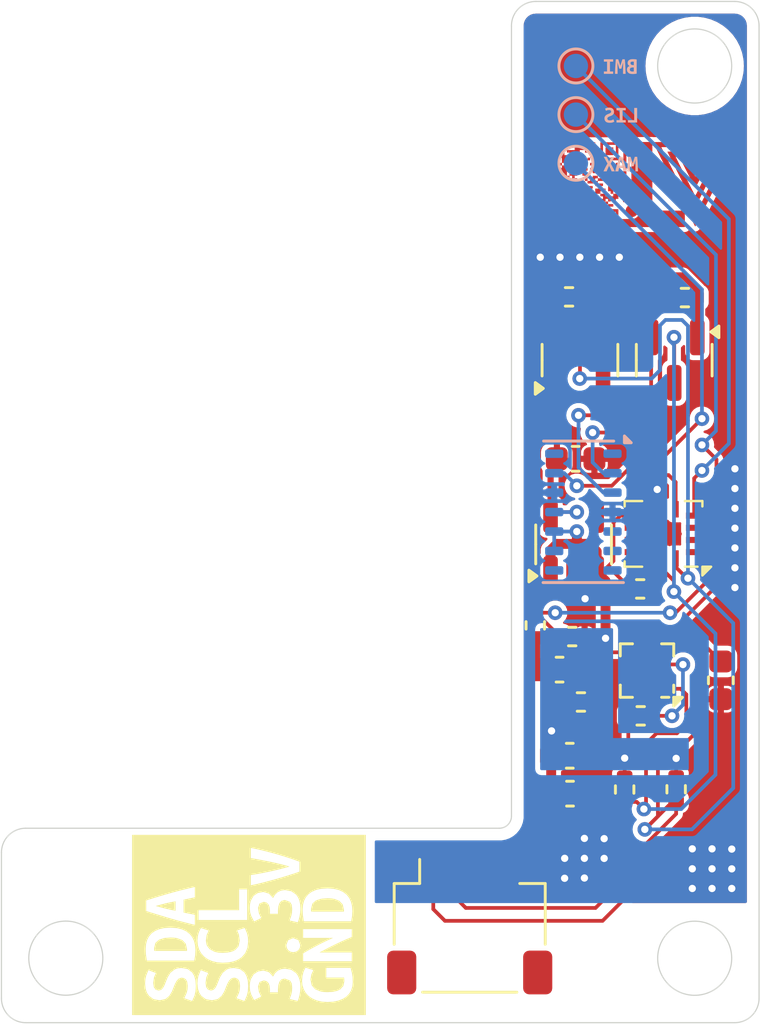
<source format=kicad_pcb>
(kicad_pcb (version 20240108) (generator "pcbnew") (generator_version "8.0")
  (layers (0 "F.Cu" signal) (31 "B.Cu" signal) (34 "B.Paste" user) (35 "F.Paste" user) (36 "B.SilkS" user "B.Silkscreen") (37 "F.SilkS" user "F.Silkscreen") (38 "B.Mask" user) (39 "F.Mask" user) (44 "Edge.Cuts" user))
  (net 0 "")
  (net 1 "GND")
  (net 2 "+3V3")
  (net 3 "Net-(U3-C1)")
  (net 4 "SCL")
  (net 7 "SDA")
  (net 8 "+1V8")
  (net 9 "SCL_1V8")
  (net 10 "SDA_1V8")
  (net 11 "Net-(U3-~{CS})")
  (net 12 "Net-(U3-DRDY)")
  (net 13 "Net-(U4-SDO)")
  (net 14 "Net-(U4-CSB)")
  (net 15 "Net-(U2-~{INT})")
  (net 16 "Net-(U4-INT1)")
  (footprint "LOGO" (layer "F.Cu") (at 188.915006 76.389894 180)
    (property "Reference" "G***" (hide yes))
    (property "Value" "LOGO" (hide yes))
  )
  (footprint "Capacitor_SMD:C_0603_1608Metric" (layer "F.Cu") (at 188.24 96.33)
    (property "Reference" "C1" (hide yes))
    (property "Value" "1uF 16V" (hide yes))
  )
  (footprint "Resistor_SMD:R_0402_1005Metric" (layer "F.Cu") (at 193.4 81.03 180)
    (property "Reference" "R2" (hide yes))
    (property "Value" "10K" (hide yes))
  )
  (footprint "LOGO" (layer "F.Cu") (at 193.32 76.42 180)
    (property "Reference" "G***" (hide yes))
    (property "Value" "LOGO" (hide yes))
  )
  (footprint "kibuzzard-680F686F" (layer "F.Cu") (at 175.45 106.83 90)
    (property "Reference" "kibuzzard-680F686F" (hide yes))
    (property "Value" "G***" (hide yes))
  )
  (footprint "Package_TO_SOT_SMD:SOT-23-5" (layer "F.Cu") (at 188.8175 91.18 90)
    (property "Reference" "U1" (hide yes))
    (property "Value" "LN1134A182MR-G" (hide yes))
  )
  (footprint "Resistor_SMD:R_0402_1005Metric" (layer "F.Cu") (at 193.04 101.25 90)
    (property "Reference" "R4" (hide yes))
    (property "Value" "10K" (hide yes))
  )
  (footprint "LOGO" (layer "F.Cu") (at 193.32 76.42 180)
    (property "Reference" "G***" (hide yes))
    (property "Value" "LOGO" (hide yes))
  )
  (footprint "Capacitor_SMD:C_0603_1608Metric" (layer "F.Cu") (at 188.66 99.87)
    (property "Reference" "C5" (hide yes))
    (property "Value" "100nF 16V" (hide yes))
  )
  (footprint "Resistor_SMD:R_0402_1005Metric" (layer "F.Cu") (at 189.12 97.66 180)
    (property "Reference" "R6" (hide yes))
    (property "Value" "10K" (hide yes))
  )
  (footprint "Package_TO_SOT_SMD:SOT-23" (layer "F.Cu") (at 192.96 83.6025 -90)
    (property "Reference" "Q1" (hide yes))
    (property "Value" "BSS138" (hide yes))
  )
  (footprint "Resistor_SMD:R_0402_1005Metric" (layer "F.Cu") (at 191.56 93.01)
    (property "Reference" "R9" (hide yes))
    (property "Value" "10K" (hide yes))
  )
  (footprint "Capacitor_SMD:C_0603_1608Metric" (layer "F.Cu") (at 194.88 96.77 -90)
    (property "Reference" "C3" (hide yes))
    (property "Value" "100nF 16V" (hide yes))
  )
  (footprint "Connector_JST:JST_SH_SM04B-SRSS-TB_1x04-1MP_P1.00mm_Horizontal" (layer "F.Cu") (at 184.54 106.91)
    (property "Reference" "J1" (hide yes))
    (property "Value" "JST SH1.0" (hide yes))
  )
  (footprint "Capacitor_SMD:C_0603_1608Metric" (layer "F.Cu") (at 188.67 101.43)
    (property "Reference" "C4" (hide yes))
    (property "Value" "100nF 16V" (hide yes))
  )
  (footprint "Resistor_SMD:R_0402_1005Metric" (layer "F.Cu") (at 188.63 81)
    (property "Reference" "R1" (hide yes))
    (property "Value" "10K" (hide yes))
  )
  (footprint "Resistor_SMD:R_0402_1005Metric" (layer "F.Cu") (at 191.58 98.23)
    (property "Reference" "R3" (hide yes))
    (property "Value" "10K" (hide yes))
  )
  (footprint "Capacitor_SMD:C_0603_1608Metric" (layer "F.Cu") (at 188.9 87.66)
    (property "Reference" "C2" (hide yes))
    (property "Value" "2.2uF 16V" (hide yes))
  )
  (footprint "Package_TO_SOT_SMD:SOT-23" (layer "F.Cu") (at 189.08 83.6025 90)
    (property "Reference" "Q2" (hide yes))
    (property "Value" "BSS138" (hide yes))
  )
  (footprint "Package_LGA:Bosch_LGA-14_3x2.5mm_P0.5mm" (layer "F.Cu") (at 192.52 90.7475 180)
    (property "Reference" "U4" (hide yes))
    (property "Value" "BMI160" (hide yes))
  )
  (footprint "Package_LGA:LGA-12_2x2mm_P0.5mm" (layer "F.Cu") (at 191.84 96.3675 180)
    (property "Reference" "U3" (hide yes))
    (property "Value" "LIS2MDL" (hide yes))
  )
  (footprint "Resistor_SMD:R_0402_1005Metric" (layer "F.Cu") (at 187.24 94.51 90)
    (property "Reference" "R7" (hide yes))
    (property "Value" "0R" (hide yes))
  )
  (footprint "LOGO" (layer "F.Cu") (at 188.915006 76.389894 180)
    (property "Reference" "G***" (hide yes))
    (property "Value" "LOGO" (hide yes))
  )
  (footprint "Resistor_SMD:R_0402_1005Metric" (layer "F.Cu") (at 188.76 94.97)
    (property "Reference" "R8" (hide yes))
    (property "Value" "10K" (hide yes))
  )
  (footprint "Resistor_SMD:R_0402_1005Metric" (layer "F.Cu") (at 190.92 101.26 90)
    (property "Reference" "R5" (hide yes))
    (property "Value" "10K" (hide yes))
  )
  (footprint "kibuzzard-680F6A44" (layer "B.Cu") (at 190.76 75.54 180)
    (property "Reference" "kibuzzard-680F6A44" (hide yes))
    (property "Value" "G***" (hide yes))
  )
  (footprint "kibuzzard-680F6A2F" (layer "B.Cu") (at 190.76 73.53 180)
    (property "Reference" "kibuzzard-680F6A2F" (hide yes))
    (property "Value" "G***" (hide yes))
  )
  (footprint "kibuzzard-680F69F9" (layer "B.Cu") (at 190.74 71.53 180)
    (property "Reference" "kibuzzard-680F69F9" (hide yes))
    (property "Value" "G***" (hide yes))
  )
  (footprint "TestPoint:TestPoint_Pad_D1.0mm" (layer "B.Cu") (at 188.912784 71.505203 180)
    (property "Reference" "TP3" (hide yes))
    (property "Value" "BMI_INT" (hide yes))
  )
  (footprint "OptoDevice:Maxim_OLGA-14_3.3x5.6mm_P0.8mm" (layer "B.Cu") (at 189.22 89.85 180)
    (property "Reference" "U2" (hide yes))
    (property "Value" "MAX30102" (hide yes))
  )
  (footprint "TestPoint:TestPoint_Pad_D1.0mm" (layer "B.Cu") (at 188.912784 73.505203 180)
    (property "Reference" "TP2" (hide yes))
    (property "Value" "LIS_INT" (hide yes))
  )
  (footprint "TestPoint:TestPoint_Pad_D1.0mm" (layer "B.Cu") (at 188.912784 75.505203)
    (property "Reference" "TP1" (hide yes))
    (property "Value" "MAX_INT" (hide yes))
  )
  (gr_circle (center 193.803083 71.505183) (end 193.803083 69.981183) (stroke (width 0.05)) (fill none) (layer "Edge.Cuts"))
  (gr_circle (center 193.803094 108.198513) (end 195.327094 108.198513) (stroke (width 0.05)) (fill none) (layer "Edge.Cuts"))
  (gr_line (start 196.452638 109.848057) (end 196.452638 69.852057) (stroke (width 0.05)) (layer "Edge.Cuts"))
  (gr_arc (start 186.259638 69.852057) (mid 186.55259 69.145009) (end 187.259638 68.852057) (stroke (width 0.05)) (layer "Edge.Cuts"))
  (gr_arc (start 165.259638 103.852057) (mid 165.552561 103.14498) (end 166.259638 102.852057) (stroke (width 0.05)) (layer "Edge.Cuts"))
  (gr_arc (start 196.452638 109.848057) (mid 196.159803 110.555222) (end 195.452638 110.848057) (stroke (width 0.05)) (layer "Edge.Cuts"))
  (gr_line (start 165.259638 103.852057) (end 165.259638 109.848057) (stroke (width 0.05)) (layer "Edge.Cuts"))
  (gr_line (start 166.259638 110.848057) (end 195.452638 110.848057) (stroke (width 0.05)) (layer "Edge.Cuts"))
  (gr_arc (start 166.259638 110.848057) (mid 165.552521 110.555174) (end 165.259638 109.848057) (stroke (width 0.05)) (layer "Edge.Cuts"))
  (gr_arc (start 186.259638 102.352057) (mid 186.113221 102.70564) (end 185.759638 102.852057) (stroke (width 0.05)) (layer "Edge.Cuts"))
  (gr_line (start 195.452638 68.852057) (end 187.259638 68.852057) (stroke (width 0.05)) (layer "Edge.Cuts"))
  (gr_line (start 186.259638 69.852057) (end 186.259638 102.352057) (stroke (width 0.05)) (layer "Edge.Cuts"))
  (gr_circle (center 167.909183 108.194942) (end 167.909183 109.718942) (stroke (width 0.05)) (fill none) (layer "Edge.Cuts"))
  (gr_line (start 185.759638 102.852057) (end 166.259638 102.852057) (stroke (width 0.05)) (layer "Edge.Cuts"))
  (gr_arc (start 195.452638 68.852057) (mid 196.159735 69.14496) (end 196.452638 69.852057) (stroke (width 0.05)) (layer "Edge.Cuts"))
  (segment (start 192.52 89.735) (end 192.02 89.735) (width 0.1524) (layer "F.Cu") (net 1))
  (segment (start 191.4625 96.1175) (end 191.59 95.99) (width 0.1524) (layer "F.Cu") (net 1))
  (segment (start 192.52 89.18) (end 192.26 88.92) (width 0.1524) (layer "F.Cu") (net 1))
  (segment (start 192.26 88.92) (end 192.02 89.16) (width 0.1524) (layer "F.Cu") (net 1))
  (segment (start 192.02 89.16) (end 192.02 89.735) (width 0.1524) (layer "F.Cu") (net 1))
  (segment (start 191.0775 96.1175) (end 191.4625 96.1175) (width 0.1524) (layer "F.Cu") (net 1))
  (segment (start 192.52 89.735) (end 192.52 89.18) (width 0.1524) (layer "F.Cu") (net 1))
  (segment (start 188.8175 92.3175) (end 188.8175 92.9413) (width 0.4064) (layer "F.Cu") (net 1))
  (segment (start 188.8175 92.9413) (end 189.29 93.4138) (width 0.4064) (layer "F.Cu") (net 1))
  (segment (start 191.59 95.99) (end 191.59 95.605) (width 0.1524) (layer "F.Cu") (net 1))
  (via (at 193.7044 103.7) (size 0.6) (drill 0.3) (layers "F.Cu" "B.Cu") (net 1))
  (via (at 195.46 92.1428) (size 0.6) (drill 0.3) (layers "F.Cu" "B.Cu") (net 1))
  (via (at 195.33 104.5228) (size 0.6) (drill 0.3) (layers "F.Cu" "B.Cu") (net 1))
  (via (at 193.7044 105.33) (size 0.6) (drill 0.3) (layers "F.Cu" "B.Cu") (net 1))
  (via (at 190.0756 103.28) (size 0.6) (drill 0.3) (layers "F.Cu" "B.Cu") (net 1))
  (via (at 188.45 104.09) (size 0.6) (drill 0.3) (layers "F.Cu" "B.Cu") (net 1))
  (via (at 189.2628 104.09) (size 0.6) (drill 0.3) (layers "F.Cu" "B.Cu") (net 1))
  (via (at 195.46 88.8828) (size 0.6) (drill 0.3) (layers "F.Cu" "B.Cu") (net 1))
  (via (at 195.46 89.6956) (size 0.6) (drill 0.3) (layers "F.Cu" "B.Cu") (net 1))
  (via (at 194.5172 103.7) (size 0.6) (drill 0.3) (layers "F.Cu" "B.Cu") (net 1))
  (via (at 190.7 79.37) (size 0.6) (drill 0.3) (layers "F.Cu" "B.Cu") (net 1))
  (via (at 195.33 103.71) (size 0.6) (drill 0.3) (layers "F.Cu" "B.Cu") (net 1))
  (via (at 195.46 92.9556) (size 0.6) (drill 0.3) (layers "F.Cu" "B.Cu") (net 1))
  (via (at 189.8872 79.37) (size 0.6) (drill 0.3) (layers "F.Cu" "B.Cu") (net 1))
  (via (at 187.4444 79.37) (size 0.6) (drill 0.3) (layers "F.Cu" "B.Cu") (net 1))
  (via (at 189.2628 104.9) (size 0.6) (drill 0.3) (layers "F.Cu" "B.Cu") (net 1))
  (via (at 189.29 93.4138) (size 0.6) (drill 0.3) (layers "F.Cu" "B.Cu") (net 1))
  (via (at 193.7044 104.52) (size 0.6) (drill 0.3) (layers "F.Cu" "B.Cu") (net 1))
  (via (at 195.46 90.5128) (size 0.6) (drill 0.3) (layers "F.Cu" "B.Cu") (net 1))
  (via (at 189.0744 79.37) (size 0.6) (drill 0.3) (layers "F.Cu" "B.Cu") (net 1))
  (via (at 188.4472 104.91) (size 0.6) (drill 0.3) (layers "F.Cu" "B.Cu") (net 1))
  (via (at 194.5172 105.33) (size 0.6) (drill 0.3) (layers "F.Cu" "B.Cu") (net 1))
  (via (at 192.26 88.92) (size 0.6) (drill 0.3) (layers "F.Cu" "B.Cu") (net 1))
  (via (at 195.46 91.3256) (size 0.6) (drill 0.3) (layers "F.Cu" "B.Cu") (net 1))
  (via (at 195.33 105.33) (size 0.6) (drill 0.3) (layers "F.Cu" "B.Cu") (net 1))
  (via (at 195.46 88.07) (size 0.6) (drill 0.3) (layers "F.Cu" "B.Cu") (net 1))
  (via (at 190.0756 104.0928) (size 0.6) (drill 0.3) (layers "F.Cu" "B.Cu") (net 1))
  (via (at 188.2572 79.37) (size 0.6) (drill 0.3) (layers "F.Cu" "B.Cu") (net 1))
  (via (at 194.5172 104.52) (size 0.6) (drill 0.3) (layers "F.Cu" "B.Cu") (net 1))
  (via (at 189.2628 103.27) (size 0.6) (drill 0.3) (layers "F.Cu" "B.Cu") (net 1))
  (segment (start 187.8675 91.4225) (end 187.8675 92.3175) (width 0.4064) (layer "F.Cu") (net 2))
  (segment (start 191.0775 97.1175) (end 191.0775 96.6175) (width 0.1524) (layer "F.Cu") (net 2))
  (segment (start 190.92 100.75) (end 190.92 99.97) (width 0.1524) (layer "F.Cu") (net 2))
  (segment (start 190.46 90.2801) (end 190.46 91.86) (width 0.1524) (layer "F.Cu") (net 2))
  (segment (start 193.02 88.62) (end 192.73 88.33) (width 0.1524) (layer "F.Cu") (net 2))
  (segment (start 190.132418 95.0413) (end 190.132418 92.682418) (width 0.4064) (layer "F.Cu") (net 2))
  (segment (start 190.92 99.97) (end 191.07 99.82) (width 0.1524) (layer "F.Cu") (net 2))
  (segment (start 190.132418 92.682418) (end 189.7675 92.3175) (width 0.4064) (layer "F.Cu") (net 2))
  (segment (start 191.0775 97.1175) (end 191.0775 98.2225) (width 0.1524) (layer "F.Cu") (net 2))
  (segment (start 190.0025 92.3175) (end 189.7675 92.3175) (width 0.1524) (layer "F.Cu") (net 2))
  (segment (start 187.24 95.02) (end 187.24 96.105) (width 0.4064) (layer "F.Cu") (net 2))
  (segment (start 191.0775 98.2225) (end 191.07 98.23) (width 0.1524) (layer "F.Cu") (net 2))
  (segment (start 188.95 91.02) (end 188.95 90.650003) (width 0.4064) (layer "F.Cu") (net 2))
  (segment (start 187.91 96.775) (end 187.91 98.85) (width 0.4064) (layer "F.Cu") (net 2))
  (segment (start 191.05 93.01) (end 191.05 92.89) (width 0.1524) (layer "F.Cu") (net 2))
  (segment (start 191.558368 88.33) (end 191.2575 88.630868) (width 0.1524) (layer "F.Cu") (net 2))
  (segment (start 187.895 101.43) (end 187.895 99.88) (width 0.4064) (layer "F.Cu") (net 2))
  (segment (start 191.07 99.82) (end 191.07 98.23) (width 0.1524) (layer "F.Cu") (net 2))
  (segment (start 191.2575 89.9975) (end 190.7426 89.9975) (width 0.1524) (layer "F.Cu") (net 2))
  (segment (start 185.04 103.95) (end 185.04 104.91) (width 0.4064) (layer "F.Cu") (net 2))
  (segment (start 187.885 99.87) (end 187.885 98.875) (width 0.4064) (layer "F.Cu") (net 2))
  (segment (start 191.2575 88.630868) (end 191.2575 89.9975) (width 0.1524) (layer "F.Cu") (net 2))
  (segment (start 189.46 91.16) (end 189.09 91.16) (width 0.4064) (layer "F.Cu") (net 2))
  (segment (start 187.905 103.385) (end 187.5582 103.7318) (width 0.4064) (layer "F.Cu") (net 2))
  (segment (start 190.46 91.86) (end 190.0025 92.3175) (width 0.1524) (layer "F.Cu") (net 2))
  (segment (start 185.2582 103.7318) (end 185.04 103.95) (width 0.4064) (layer "F.Cu") (net 2))
  (segment (start 189.7675 92.3175) (end 189.7675 91.4675) (width 0.4064) (layer "F.Cu") (net 2))
  (segment (start 191.05 92.89) (end 190.4775 92.3175) (width 0.1524) (layer "F.Cu") (net 2))
  (segment (start 187.895 103.375) (end 187.895 101.43) (width 0.4064) (layer "F.Cu") (net 2))
  (segment (start 192.73 88.33) (end 191.558368 88.33) (width 0.1524) (layer "F.Cu") (net 2))
  (segment (start 190.7426 89.9975) (end 190.46 90.2801) (width 0.1524) (layer "F.Cu") (net 2))
  (segment (start 189.09 91.16) (end 188.95 91.02) (width 0.4064) (layer "F.Cu") (net 2))
  (segment (start 188.13 91.16) (end 187.8675 91.4225) (width 0.4064) (layer "F.Cu") (net 2))
  (segment (start 187.24 96.105) (end 187.91 96.775) (width 0.4064) (layer "F.Cu") (net 2))
  (segment (start 187.5582 103.7318) (end 185.2582 103.7318) (width 0.4064) (layer "F.Cu") (net 2))
  (segment (start 187.905 103.385) (end 187.895 103.375) (width 0.4064) (layer "F.Cu") (net 2))
  (segment (start 189.7675 91.4675) (end 189.46 91.16) (width 0.4064) (layer "F.Cu") (net 2))
  (segment (start 187.895 99.88) (end 187.885 99.87) (width 0.4064) (layer "F.Cu") (net 2))
  (segment (start 193.02 89.735) (end 193.02 88.62) (width 0.1524) (layer "F.Cu") (net 2))
  (segment (start 187.885 98.875) (end 187.91 98.85) (width 0.4064) (layer "F.Cu") (net 2))
  (segment (start 190.4775 92.3175) (end 189.7675 92.3175) (width 0.1524) (layer "F.Cu") (net 2))
  (segment (start 189.46 91.16) (end 188.13 91.16) (width 0.4064) (layer "F.Cu") (net 2))
  (segment (start 187.905 101.42) (end 187.895 101.43) (width 0.4064) (layer "F.Cu") (net 2))
  (segment (start 193.04 100.74) (end 193.04 99.98) (width 0.1524) (layer "F.Cu") (net 2))
  (via (at 188.95 90.650003) (size 0.6) (drill 0.3) (layers "F.Cu" "B.Cu") (net 2))
  (via (at 193.04 99.98) (size 0.6) (drill 0.3) (layers "F.Cu" "B.Cu") (net 2))
  (via (at 190.132418 95.0413) (size 0.6) (drill 0.3) (layers "F.Cu" "B.Cu") (net 2))
  (via (at 187.91 98.85) (size 0.6) (drill 0.3) (layers "F.Cu" "B.Cu") (net 2))
  (via (at 190.92 99.97) (size 0.6) (drill 0.3) (layers "F.Cu" "B.Cu") (net 2))
  (segment (start 190.92 99.97) (end 193.03 99.97) (width 0.1524) (layer "B.Cu") (net 2))
  (segment (start 188.02 91.45) (end 188.02 90.65) (width 0.1524) (layer "B.Cu") (net 2))
  (segment (start 193.03 99.97) (end 193.04 99.98) (width 0.1524) (layer "B.Cu") (net 2))
  (segment (start 188.949997 90.65) (end 188.95 90.650003) (width 0.1524) (layer "B.Cu") (net 2))
  (segment (start 188.02 90.65) (end 188.949997 90.65) (width 0.1524) (layer "B.Cu") (net 2))
  (segment (start 194.88 95.995) (end 194.0513 95.1663) (width 0.1524) (layer "F.Cu") (net 3))
  (segment (start 192.09 95.2151) (end 192.09 95.605) (width 0.1524) (layer "F.Cu") (net 3))
  (segment (start 192.1388 95.1663) (end 192.09 95.2151) (width 0.1524) (layer "F.Cu") (net 3))
  (segment (start 194.0513 95.1663) (end 192.1388 95.1663) (width 0.1524) (layer "F.Cu") (net 3))
  (segment (start 191.8 99.38) (end 192.2324 98.9476) (width 0.1524) (layer "F.Cu") (net 4))
  (segment (start 193.46 98.56) (end 193.46 97.35) (width 0.1524) (layer "F.Cu") (net 4))
  (segment (start 192.96 82.67) (end 192.95 82.66) (width 0.1524) (layer "F.Cu") (net 4))
  (segment (start 192.947509 92.677409) (end 192.52 92.2499) (width 0.1524) (layer "F.Cu") (net 4))
  (segment (start 193.46 97.35) (end 193.2275 97.1175) (width 0.1524) (layer "F.Cu") (net 4))
  (segment (start 191.712169 102.06349) (end 191.418679 101.77) (width 0.1524) (layer "F.Cu") (net 4))
  (segment (start 191.8 101.975659) (end 191.8 99.38) (width 0.1524) (layer "F.Cu") (net 4))
  (segment (start 190.92 104.93) (end 189.72 106.13) (width 0.1524) (layer "F.Cu") (net 4))
  (segment (start 189.72 106.13) (end 184.38 106.13) (width 0.1524) (layer "F.Cu") (net 4))
  (segment (start 192.947509 93.122377) (end 192.947509 92.677409) (width 0.1524) (layer "F.Cu") (net 4))
  (segment (start 193.2275 97.1175) (end 192.6025 97.1175) (width 0.1524) (layer "F.Cu") (net 4))
  (segment (start 190.92 101.77) (end 190.92 104.93) (width 0.1524) (layer "F.Cu") (net 4))
  (segment (start 192.96 84.54) (end 192.96 82.67) (width 0.1524) (layer "F.Cu") (net 4))
  (segment (start 184.04 105.79) (end 184.04 104.91) (width 0.1524) (layer "F.Cu") (net 4))
  (segment (start 192.52 92.2499) (end 192.52 91.76) (width 0.1524) (layer "F.Cu") (net 4))
  (segment (start 192.2324 98.9476) (end 193.0724 98.9476) (width 0.1524) (layer "F.Cu") (net 4))
  (segment (start 191.712169 102.06349) (end 191.8 101.975659) (width 0.1524) (layer "F.Cu") (net 4))
  (segment (start 184.38 106.13) (end 184.04 105.79) (width 0.1524) (layer "F.Cu") (net 4))
  (segment (start 191.418679 101.77) (end 190.92 101.77) (width 0.1524) (layer "F.Cu") (net 4))
  (segment (start 193.0724 98.9476) (end 193.46 98.56) (width 0.1524) (layer "F.Cu") (net 4))
  (via (at 192.95 82.66) (size 0.6) (drill 0.3) (layers "F.Cu" "B.Cu") (net 4))
  (via (at 191.712169 102.06349) (size 0.6) (drill 0.3) (layers "F.Cu" "B.Cu") (net 4))
  (via (at 192.947509 93.122377) (size 0.6) (drill 0.3) (layers "F.Cu" "B.Cu") (net 4))
  (segment (start 192.791749 82.818251) (end 192.95 82.976501) (width 0.1524) (layer "B.Cu") (net 4))
  (segment (start 194.66 100.651632) (end 193.248142 102.06349) (width 0.1524) (layer "B.Cu") (net 4))
  (segment (start 192.95 82.976501) (end 192.95 93.14) (width 0.1524) (layer "B.Cu") (net 4))
  (segment (start 194.66 94.85) (end 194.66 100.651632) (width 0.1524) (layer "B.Cu") (net 4))
  (segment (start 192.95 93.14) (end 194.66 94.85) (width 0.1524) (layer "B.Cu") (net 4))
  (segment (start 193.248142 102.06349) (end 191.712169 102.06349) (width 0.1524) (layer "B.Cu") (net 4))
  (segment (start 192.95 82.66) (end 192.791749 82.818251) (width 0.1524) (layer "B.Cu") (net 4))
  (segment (start 193.38 99.39) (end 193.8962 98.8738) (width 0.1524) (layer "F.Cu") (net 7))
  (segment (start 192.55 99.39) (end 193.38 99.39) (width 0.1524) (layer "F.Cu") (net 7))
  (segment (start 193.8962 98.8738) (end 193.8962 95.8262) (width 0.1524) (layer "F.Cu") (net 7))
  (segment (start 189.08 84.35) (end 189.07 84.36) (width 0.1524) (layer "F.Cu") (net 7))
  (segment (start 192.6762 95.5438) (end 192.6025 95.6175) (width 0.1524) (layer "F.Cu") (net 7))
  (segment (start 193.5262 92.57) (end 193.48 92.57) (width 0.1524) (layer "F.Cu") (net 7))
  (segment (start 189.08 82.665) (end 189.08 84.35) (width 0.1524) (layer "F.Cu") (net 7))
  (segment (start 191.75 102.9) (end 192.89 101.76) (width 0.1524) (layer "F.Cu") (net 7))
  (segment (start 190.01 106.66) (end 191.43 105.24) (width 0.1524) (layer "F.Cu") (net 7))
  (segment (start 191.43 103.87) (end 193.04 102.26) (width 0.1524) (layer "F.Cu") (net 7))
  (segment (start 191.43 105.24) (end 191.43 103.87) (width 0.1524) (layer "F.Cu") (net 7))
  (segment (start 193.04 102.26) (end 193.04 101.76) (width 0.1524) (layer "F.Cu") (net 7))
  (segment (start 192.89 101.76) (end 193.04 101.76) (width 0.1524) (layer "F.Cu") (net 7))
  (segment (start 192.288369 102.361631) (end 192.288369 99.651631) (width 0.1524) (layer "F.Cu") (net 7))
  (segment (start 193.02 92.11) (end 193.02 91.76) (width 0.1524) (layer "F.Cu") (net 7))
  (segment (start 193.6138 95.5438) (end 192.6762 95.5438) (width 0.1524) (layer "F.Cu") (net 7))
  (segment (start 183.04 106.18) (end 183.52 106.66) (width 0.1524) (layer "F.Cu") (net 7))
  (segment (start 193.8962 95.8262) (end 193.6138 95.5438) (width 0.1524) (layer "F.Cu") (net 7))
  (segment (start 191.75 102.9) (end 192.288369 102.361631) (width 0.1524) (layer "F.Cu") (net 7))
  (segment (start 193.48 92.57) (end 193.02 92.11) (width 0.1524) (layer "F.Cu") (net 7))
  (segment (start 183.52 106.66) (end 190.01 106.66) (width 0.1524) (layer "F.Cu") (net 7))
  (segment (start 183.04 104.91) (end 183.04 106.18) (width 0.1524) (layer "F.Cu") (net 7))
  (segment (start 192.288369 99.651631) (end 192.55 99.39) (width 0.1524) (layer "F.Cu") (net 7))
  (via (at 193.5262 92.57) (size 0.6) (drill 0.3) (layers "F.Cu" "B.Cu") (net 7))
  (via (at 189.07 84.36) (size 0.6) (drill 0.3) (layers "F.Cu" "B.Cu") (net 7))
  (via (at 191.75 102.9) (size 0.6) (drill 0.3) (layers "F.Cu" "B.Cu") (net 7))
  (segment (start 192.3738 82.1762) (end 192.3738 84.0162) (width 0.1524) (layer "B.Cu") (net 7))
  (segment (start 193.54 92.57) (end 195.39 94.42) (width 0.1524) (layer "B.Cu") (net 7))
  (segment (start 193.5262 92.57) (end 193.54 92.57) (width 0.1524) (layer "B.Cu") (net 7))
  (segment (start 193.5262 82.1962) (end 193.28 81.95) (width 0.1524) (layer "B.Cu") (net 7))
  (segment (start 193.5262 92.57) (end 193.5262 82.1962) (width 0.1524) (layer "B.Cu") (net 7))
  (segment (start 192.6 81.95) (end 192.3738 82.1762) (width 0.1524) (layer "B.Cu") (net 7))
  (segment (start 192.3738 84.0162) (end 192.03 84.36) (width 0.1524) (layer "B.Cu") (net 7))
  (segment (start 195.39 101.2) (end 193.69 102.9) (width 0.1524) (layer "B.Cu") (net 7))
  (segment (start 193.28 81.95) (end 192.6 81.95) (width 0.1524) (layer "B.Cu") (net 7))
  (segment (start 192.03 84.36) (end 189.07 84.36) (width 0.1524) (layer "B.Cu") (net 7))
  (segment (start 193.69 102.9) (end 191.75 102.9) (width 0.1524) (layer "B.Cu") (net 7))
  (segment (start 195.39 94.42) (end 195.39 101.2) (width 0.1524) (layer "B.Cu") (net 7))
  (segment (start 188.13 87.625) (end 187.87 87.885) (width 0.254) (layer "F.Cu") (net 8))
  (segment (start 193.91 80.71) (end 193.32 80.12) (width 0.254) (layer "F.Cu") (net 8))
  (segment (start 193.91 82.665) (end 193.91 81.03) (width 0.254) (layer "F.Cu") (net 8))
  (segment (start 188.13 84.54) (end 188.13 81.01) (width 0.254) (layer "F.Cu") (net 8))
  (segment (start 188.06 89.85) (end 187.8675 90.0425) (width 0.1524) (layer "F.Cu") (net 8))
  (segment (start 193.32 80.12) (end 188.66 80.12) (width 0.254) (layer "F.Cu") (net 8))
  (segment (start 188.66 80.12) (end 188.12 80.66) (width 0.254) (layer "F.Cu") (net 8))
  (segment (start 187.87 87.885) (end 187.87 90.04) (width 0.254) (layer "F.Cu") (net 8))
  (segment (start 193.91 81.03) (end 193.91 80.71) (width 0.254) (layer "F.Cu") (net 8))
  (segment (start 188.13 81.01) (end 188.12 81) (width 0.254) (layer "F.Cu") (net 8))
  (segment (start 187.87 90.04) (end 187.8675 90.0425) (width 0.254) (layer "F.Cu") (net 8))
  (segment (start 188.12 80.66) (end 188.12 81) (width 0.254) (layer "F.Cu") (net 8))
  (segment (start 188.95 89.85) (end 188.06 89.85) (width 0.1524) (layer "F.Cu") (net 8))
  (segment (start 188.13 84.54) (end 188.13 87.625) (width 0.254) (layer "F.Cu") (net 8))
  (via (at 188.95 89.85) (size 0.6) (drill 0.3) (layers "F.Cu" "B.Cu") (net 8))
  (segment (start 188.02 89.85) (end 188.95 89.85) (width 0.1524) (layer "B.Cu") (net 8))
  (segment (start 189.6 86.58) (end 191.76 86.58) (width 0.1524) (layer "F.Cu") (net 9))
  (segment (start 191.76 86.58) (end 192.01 86.33) (width 0.1524) (layer "F.Cu") (net 9))
  (segment (start 192.18 81.03) (end 192.89 81.03) (width 0.1524) (layer "F.Cu") (net 9))
  (segment (start 192.01 81.2) (end 192.18 81.03) (width 0.1524) (layer "F.Cu") (net 9))
  (segment (start 192.01 82.665) (end 192.01 81.2) (width 0.1524) (layer "F.Cu") (net 9))
  (segment (start 192.01 86.33) (end 192.01 82.665) (width 0.1524) (layer "F.Cu") (net 9))
  (via (at 189.6 86.58) (size 0.6) (drill 0.3) (layers "F.Cu" "B.Cu") (net 9))
  (segment (start 189.6 87.804999) (end 189.6 86.58) (width 0.1524) (layer "B.Cu") (net 9))
  (segment (start 190.42 88.25) (end 190.045001 88.25) (width 0.1524) (layer "B.Cu") (net 9))
  (segment (start 190.045001 88.25) (end 189.6 87.804999) (width 0.1524) (layer "B.Cu") (net 9))
  (segment (start 189.72 85.87) (end 190.03 85.56) (width 0.1524) (layer "F.Cu") (net 10))
  (segment (start 190.03 85.56) (end 190.03 84.54) (width 0.1524) (layer "F.Cu") (net 10))
  (segment (start 190.03 81.2) (end 190.03 84.54) (width 0.1524) (layer "F.Cu") (net 10))
  (segment (start 189.02 85.87) (end 189.72 85.87) (width 0.1524) (layer "F.Cu") (net 10))
  (segment (start 189.83 81) (end 190.03 81.2) (width 0.1524) (layer "F.Cu") (net 10))
  (segment (start 189.14 81) (end 189.83 81) (width 0.1524) (layer "F.Cu") (net 10))
  (via (at 189.02 85.87) (size 0.6) (drill 0.3) (layers "F.Cu" "B.Cu") (net 10))
  (segment (start 189.02 88.024999) (end 189.02 85.87) (width 0.1524) (layer "B.Cu") (net 10))
  (segment (start 190.045001 89.05) (end 189.02 88.024999) (width 0.1524) (layer "B.Cu") (net 10))
  (segment (start 190.42 89.05) (end 190.045001 89.05) (width 0.1524) (layer "B.Cu") (net 10))
  (segment (start 192.09 98.23) (end 192.87 98.23) (width 0.1524) (layer "F.Cu") (net 11))
  (segment (start 192.6025 96.1175) (end 193.3175 96.1175) (width 0.1524) (layer "F.Cu") (net 11))
  (segment (start 193.3175 96.1175) (end 193.32 96.12) (width 0.1524) (layer "F.Cu") (net 11))
  (via (at 193.32 96.12) (size 0.6) (drill 0.3) (layers "F.Cu" "B.Cu") (net 11))
  (via (at 192.87 98.23) (size 0.6) (drill 0.3) (layers "F.Cu" "B.Cu") (net 11))
  (segment (start 193.32 96.12) (end 193.32 97.78) (width 0.1524) (layer "B.Cu") (net 11))
  (segment (start 193.32 97.78) (end 192.87 98.23) (width 0.1524) (layer "B.Cu") (net 11))
  (segment (start 189.9725 95.6175) (end 191.0775 95.6175) (width 0.1524) (layer "F.Cu") (net 12))
  (segment (start 191.0775 95.6175) (end 191.0775 94.9725) (width 0.1524) (layer "F.Cu") (net 12))
  (segment (start 194.7 87.6876) (end 194.1024 87.09) (width 0.1524) (layer "F.Cu") (net 12))
  (segment (start 191.28 94.77) (end 192.82487 94.77) (width 0.1524) (layer "F.Cu") (net 12))
  (segment (start 194.7 92.89487) (end 194.7 87.6876) (width 0.1524) (layer "F.Cu") (net 12))
  (segment (start 189.84 95.75) (end 189.9725 95.6175) (width 0.1524) (layer "F.Cu") (net 12))
  (segment (start 189.63 97.66) (end 189.84 97.45) (width 0.1524) (layer "F.Cu") (net 12))
  (segment (start 191.0775 94.9725) (end 191.28 94.77) (width 0.1524) (layer "F.Cu") (net 12))
  (segment (start 189.84 97.45) (end 189.84 95.75) (width 0.1524) (layer "F.Cu") (net 12))
  (segment (start 192.82487 94.77) (end 194.7 92.89487) (width 0.1524) (layer "F.Cu") (net 12))
  (via (at 194.1024 87.09) (size 0.6) (drill 0.3) (layers "F.Cu" "B.Cu") (net 12))
  (segment (start 194.1024 87.09) (end 194.6786 86.5138) (width 0.1524) (layer "B.Cu") (net 12))
  (segment (start 194.6786 86.5138) (end 194.6786 79.271019) (width 0.1524) (layer "B.Cu") (net 12))
  (segment (start 194.6786 79.271019) (end 188.912784 73.505203) (width 0.1524) (layer "B.Cu") (net 12))
  (segment (start 193.02 93.99) (end 194.22 92.79) (width 0.1524) (layer "F.Cu") (net 13))
  (segment (start 187.24 94) (end 187.28 94) (width 0.1524) (layer "F.Cu") (net 13))
  (segment (start 192.79 93.99) (end 193.02 93.99) (width 0.1524) (layer "F.Cu") (net 13))
  (segment (start 187.28 94) (end 188.25 94.97) (width 0.1524) (layer "F.Cu") (net 13))
  (segment (start 194.22 92.79) (end 194.22 91.935) (width 0.1524) (layer "F.Cu") (net 13))
  (segment (start 188.06 93.99) (end 187.25 93.99) (width 0.1524) (layer "F.Cu") (net 13))
  (segment (start 194.22 91.935) (end 193.7825 91.4975) (width 0.1524) (layer "F.Cu") (net 13))
  (segment (start 187.25 93.99) (end 187.24 94) (width 0.1524) (layer "F.Cu") (net 13))
  (via (at 188.06 93.99) (size 0.6) (drill 0.3) (layers "F.Cu" "B.Cu") (net 13))
  (via (at 192.79 93.99) (size 0.6) (drill 0.3) (layers "F.Cu" "B.Cu") (net 13))
  (segment (start 192.79 93.99) (end 188.06 93.99) (width 0.1524) (layer "B.Cu") (net 13))
  (segment (start 192.02 92.96) (end 192.07 93.01) (width 0.1524) (layer "F.Cu") (net 14))
  (segment (start 192.02 91.76) (end 192.02 92.96) (width 0.1524) (layer "F.Cu") (net 14))
  (segment (start 191.66 87.5) (end 192.6124 87.5) (width 0.1524) (layer "F.Cu") (net 15))
  (segment (start 190.390065 88.769935) (end 191.66 87.5) (width 0.1524) (layer "F.Cu") (net 15))
  (segment (start 188.950065 88.769935) (end 190.390065 88.769935) (width 0.1524) (layer "F.Cu") (net 15))
  (segment (start 192.6124 87.5) (end 194.1024 86.01) (width 0.1524) (layer "F.Cu") (net 15))
  (via (at 194.1024 86.01) (size 0.6) (drill 0.3) (layers "F.Cu" "B.Cu") (net 15))
  (via (at 188.950065 88.769935) (size 0.6) (drill 0.3) (layers "F.Cu" "B.Cu") (net 15))
  (segment (start 194.1024 86.01) (end 194.1024 80.694819) (width 0.1524) (layer "B.Cu") (net 15))
  (segment (start 194.1024 80.694819) (end 188.912784 75.505203) (width 0.1524) (layer "B.Cu") (net 15))
  (segment (start 194.1024 86.01) (end 194.1 86.0076) (width 0.1524) (layer "B.Cu") (net 15))
  (segment (start 188.950065 88.769935) (end 188.43013 88.25) (width 0.1524) (layer "B.Cu") (net 15))
  (segment (start 188.43013 88.25) (end 188.02 88.25) (width 0.1524) (layer "B.Cu") (net 15))
  (segment (start 193.7825 88.4599) (end 193.7825 89.9975) (width 0.1524) (layer "F.Cu") (net 16))
  (segment (start 194.1024 88.14) (end 193.7825 88.4599) (width 0.1524) (layer "F.Cu") (net 16))
  (via (at 194.1024 88.14) (size 0.6) (drill 0.3) (layers "F.Cu" "B.Cu") (net 16))
  (segment (start 194.1024 88.14) (end 195.21 87.0324) (width 0.1524) (layer "B.Cu") (net 16))
  (segment (start 195.21 77.802419) (end 188.912784 71.505203) (width 0.1524) (layer "B.Cu") (net 16))
  (segment (start 195.21 87.0324) (end 195.21 77.802419) (width 0.1524) (layer "B.Cu") (net 16))
  (zone (net 1) (net_name "GND") (layers "F&B.Cu") (name "GND") (connect_pads (clearance 0.1)) (min_thickness 0.1) (fill yes (thermal_gap 0.1) (thermal_bridge_width 0.254))
    (polygon (pts (xy 186.26 102.84) (xy 186.26 68.85) (xy 186.27 68.84) (xy 196.46 68.84) (xy 196.46 105.92) (xy 196.45 105.93) (xy 180.63 105.93) (xy 180.63 102.84)))
  )
  (zone (net 2) (net_name "+3V3") (layer "B.Cu") (priority 2) (connect_pads yes (clearance 0.1)) (min_thickness 0.1) (fill yes (thermal_gap 0.127) (thermal_bridge_width 0.254))
    (polygon (pts (xy 190.443 94.6228) (xy 190.443 99.144) (xy 193.56 99.144) (xy 193.56 100.461) (xy 192.6932 100.461) (xy 192.6932 100.4648) (xy 187.44 100.4648) (xy 187.44 94.6228)))
  )
)
</source>
